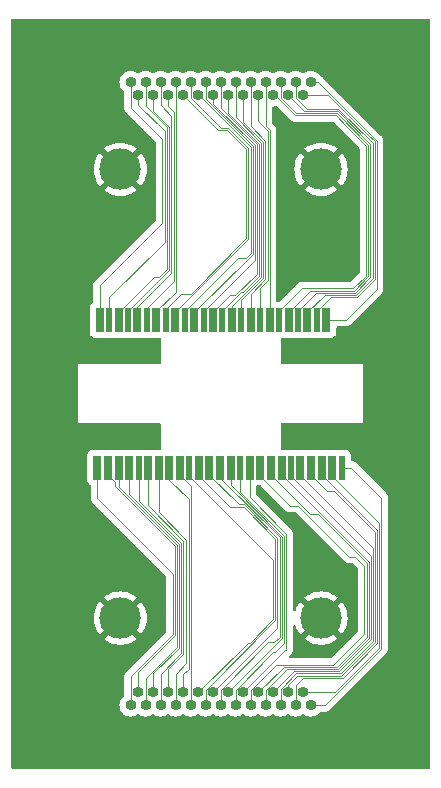
<source format=gbr>
%TF.GenerationSoftware,KiCad,Pcbnew,7.0.2*%
%TF.CreationDate,2023-10-04T18:59:29-06:00*%
%TF.ProjectId,micro-d-tes-aaray,6d696372-6f2d-4642-9d74-65732d616172,rev?*%
%TF.SameCoordinates,Original*%
%TF.FileFunction,Copper,L1,Top*%
%TF.FilePolarity,Positive*%
%FSLAX46Y46*%
G04 Gerber Fmt 4.6, Leading zero omitted, Abs format (unit mm)*
G04 Created by KiCad (PCBNEW 7.0.2) date 2023-10-04 18:59:29*
%MOMM*%
%LPD*%
G01*
G04 APERTURE LIST*
%TA.AperFunction,SMDPad,CuDef*%
%ADD10R,0.500000X2.000000*%
%TD*%
%TA.AperFunction,SMDPad,CuDef*%
%ADD11R,0.700000X2.000000*%
%TD*%
%TA.AperFunction,ComponentPad*%
%ADD12C,3.500000*%
%TD*%
%TA.AperFunction,ComponentPad*%
%ADD13O,0.920000X0.920000*%
%TD*%
%TA.AperFunction,Conductor*%
%ADD14C,0.090000*%
%TD*%
G04 APERTURE END LIST*
D10*
%TO.P,J17,1,Pin_1*%
%TO.N,Net-(J17-Pin_1)*%
X21100000Y-25500000D03*
%TD*%
D11*
%TO.P,J5,1,Pin_1*%
%TO.N,Net-(J5-Pin_1)*%
X20300000Y-25500000D03*
%TD*%
%TO.P,D11,1,Pin_1*%
%TO.N,Net-(D11-Pin_1)*%
X24500000Y-38000000D03*
%TD*%
D10*
%TO.P,D8,1,Pin_1*%
%TO.N,Net-(D8-Pin_1)*%
X19400000Y-38000000D03*
%TD*%
D11*
%TO.P,D22,1,Pin_1*%
%TO.N,Net-(D22-Pin_1)*%
X22000000Y-38000000D03*
%TD*%
%TO.P,D14,1,Pin_1*%
%TO.N,Net-(D14-Pin_1)*%
X8200000Y-38000000D03*
%TD*%
%TO.P,D6,1,Pin_1*%
%TO.N,Net-(D6-Pin_1)*%
X15900000Y-38000000D03*
%TD*%
%TO.P,J7,1,Pin_1*%
%TO.N,Net-(J7-Pin_1)*%
X17100000Y-25500000D03*
%TD*%
%TO.P,J11,1,Pin_1*%
%TO.N,Net-(J11-Pin_1)*%
X10700000Y-25500000D03*
%TD*%
D10*
%TO.P,J21,1,Pin_1*%
%TO.N,Net-(J21-Pin_1)*%
X14700000Y-25500000D03*
%TD*%
D12*
%TO.P,H1,1,1*%
%TO.N,GND*%
X9250000Y-50750000D03*
%TD*%
D11*
%TO.P,D16,1,Pin_1*%
%TO.N,Net-(D16-Pin_1)*%
X11600000Y-38000000D03*
%TD*%
D10*
%TO.P,J20,1,Pin_1*%
%TO.N,Net-(J20-Pin_1)*%
X16300000Y-25500000D03*
%TD*%
D11*
%TO.P,J3,1,Pin_1*%
%TO.N,Net-(J3-Pin_1)*%
X23500000Y-25500000D03*
%TD*%
D12*
%TO.P,H4,1,1*%
%TO.N,GND*%
X9250000Y-12750000D03*
%TD*%
D11*
%TO.P,J9,1,Pin_1*%
%TO.N,Net-(J9-Pin_1)*%
X13900000Y-25500000D03*
%TD*%
D10*
%TO.P,J15,1,Pin_1*%
%TO.N,Net-(J15-Pin_1)*%
X24300000Y-25500000D03*
%TD*%
D11*
%TO.P,J13,1,Pin_1*%
%TO.N,Net-(J13-Pin_1)*%
X7500000Y-25500000D03*
%TD*%
D10*
%TO.P,J25,1,Pin_1*%
%TO.N,Net-(J25-Pin_1)*%
X8300000Y-25500000D03*
%TD*%
D12*
%TO.P,H3,1,1*%
%TO.N,GND*%
X26250000Y-50750000D03*
%TD*%
D11*
%TO.P,D5,1,Pin_1*%
%TO.N,Net-(D5-Pin_1)*%
X14300000Y-38000000D03*
%TD*%
%TO.P,D9,1,Pin_1*%
%TO.N,Net-(D9-Pin_1)*%
X21100000Y-38000000D03*
%TD*%
%TO.P,D4,1,Pin_1*%
%TO.N,Net-(D4-Pin_1)*%
X12500000Y-38000000D03*
%TD*%
%TO.P,D17,1,Pin_1*%
%TO.N,Net-(D17-Pin_1)*%
X13400000Y-38000000D03*
%TD*%
%TO.P,D7,1,Pin_1*%
%TO.N,Net-(D7-Pin_1)*%
X17700000Y-38000000D03*
%TD*%
%TO.P,D19,1,Pin_1*%
%TO.N,Net-(D19-Pin_1)*%
X16800000Y-38000000D03*
%TD*%
D10*
%TO.P,D3,1,Pin_1*%
%TO.N,Net-(D3-Pin_1)*%
X10800000Y-38000000D03*
%TD*%
D11*
%TO.P,D20,1,Pin_1*%
%TO.N,Net-(D20-Pin_1)*%
X18600000Y-38000000D03*
%TD*%
%TO.P,D21,1,Pin_1*%
%TO.N,Net-(D21-Pin_1)*%
X20200000Y-38000000D03*
%TD*%
%TO.P,D12,1,Pin_1*%
%TO.N,Net-(D12-Pin_1)*%
X26300000Y-38000000D03*
%TD*%
%TO.P,J4,1,Pin_1*%
%TO.N,Net-(J4-Pin_1)*%
X21900000Y-25500000D03*
%TD*%
%TO.P,D2,1,Pin_1*%
%TO.N,Net-(D2-Pin_1)*%
X9100000Y-38000000D03*
%TD*%
%TO.P,J1,1,Pin_1*%
%TO.N,Net-(J1-Pin_1)*%
X26700000Y-25500000D03*
%TD*%
D10*
%TO.P,J16,1,Pin_1*%
%TO.N,Net-(J16-Pin_1)*%
X22700000Y-25500000D03*
%TD*%
%TO.P,J14,1,Pin_1*%
%TO.N,Net-(J14-Pin_1)*%
X25900000Y-25500000D03*
%TD*%
D11*
%TO.P,D10,1,Pin_1*%
%TO.N,Net-(D10-Pin_1)*%
X22900000Y-38000000D03*
%TD*%
D10*
%TO.P,J18,1,Pin_1*%
%TO.N,Net-(J18-Pin_1)*%
X19500000Y-25500000D03*
%TD*%
%TO.P,J23,1,Pin_1*%
%TO.N,Net-(J23-Pin_1)*%
X11500000Y-25500000D03*
%TD*%
%TO.P,J24,1,Pin_1*%
%TO.N,Net-(J24-Pin_1)*%
X9900000Y-25500000D03*
%TD*%
%TO.P,J19,1,Pin_1*%
%TO.N,Net-(J19-Pin_1)*%
X17900000Y-25500000D03*
%TD*%
D11*
%TO.P,D25,1,Pin_1*%
%TO.N,Net-(D25-Pin_1)*%
X27200000Y-38000000D03*
%TD*%
%TO.P,J12,1,Pin_1*%
%TO.N,Net-(J12-Pin_1)*%
X9100000Y-25500000D03*
%TD*%
D10*
%TO.P,D23,1,Pin_1*%
%TO.N,Net-(D23-Pin_1)*%
X23700000Y-38000000D03*
%TD*%
%TO.P,D13,1,Pin_1*%
%TO.N,Net-(D13-Pin_1)*%
X28000000Y-38000000D03*
%TD*%
%TO.P,J22,1,Pin_1*%
%TO.N,Net-(J22-Pin_1)*%
X13100000Y-25500000D03*
%TD*%
D11*
%TO.P,D1,1,Pin_1*%
%TO.N,Net-(D1-Pin_1)*%
X7300000Y-38000000D03*
%TD*%
%TO.P,J8,1,Pin_1*%
%TO.N,Net-(J8-Pin_1)*%
X15500000Y-25500000D03*
%TD*%
%TO.P,J10,1,Pin_1*%
%TO.N,Net-(J10-Pin_1)*%
X12300000Y-25500000D03*
%TD*%
%TO.P,J6,1,Pin_1*%
%TO.N,Net-(J6-Pin_1)*%
X18700000Y-25500000D03*
%TD*%
%TO.P,D24,1,Pin_1*%
%TO.N,Net-(D24-Pin_1)*%
X25400000Y-38000000D03*
%TD*%
D10*
%TO.P,D18,1,Pin_1*%
%TO.N,Net-(D18-Pin_1)*%
X15100000Y-38000000D03*
%TD*%
D11*
%TO.P,D15,1,Pin_1*%
%TO.N,Net-(D15-Pin_1)*%
X10000000Y-38000000D03*
%TD*%
D12*
%TO.P,H2,1,1*%
%TO.N,GND*%
X26250000Y-12750000D03*
%TD*%
D11*
%TO.P,J2,1,Pin_1*%
%TO.N,Net-(J2-Pin_1)*%
X25100000Y-25500000D03*
%TD*%
D13*
%TO.P,J99,1,1*%
%TO.N,Net-(J1-Pin_1)*%
X25370000Y-5374500D03*
%TO.P,J99,2,2*%
%TO.N,Net-(J2-Pin_1)*%
X24100000Y-5374500D03*
%TO.P,J99,3,3*%
%TO.N,Net-(J3-Pin_1)*%
X22830000Y-5374500D03*
%TO.P,J99,4,4*%
%TO.N,Net-(J4-Pin_1)*%
X21560000Y-5374500D03*
%TO.P,J99,5,5*%
%TO.N,Net-(J5-Pin_1)*%
X20290000Y-5374500D03*
%TO.P,J99,6,6*%
%TO.N,Net-(J6-Pin_1)*%
X19020000Y-5374500D03*
%TO.P,J99,7,7*%
%TO.N,Net-(J7-Pin_1)*%
X17750000Y-5374500D03*
%TO.P,J99,8,8*%
%TO.N,Net-(J8-Pin_1)*%
X16480000Y-5374500D03*
%TO.P,J99,9,9*%
%TO.N,Net-(J9-Pin_1)*%
X15210000Y-5374500D03*
%TO.P,J99,10,10*%
%TO.N,Net-(J10-Pin_1)*%
X13940000Y-5374500D03*
%TO.P,J99,11,11*%
%TO.N,Net-(J11-Pin_1)*%
X12670000Y-5374500D03*
%TO.P,J99,12,12*%
%TO.N,Net-(J12-Pin_1)*%
X11400000Y-5374500D03*
%TO.P,J99,13,13*%
%TO.N,Net-(J13-Pin_1)*%
X10130000Y-5374500D03*
%TO.P,J99,14,P14*%
%TO.N,Net-(J14-Pin_1)*%
X24735000Y-6474500D03*
%TO.P,J99,15,P15*%
%TO.N,Net-(J15-Pin_1)*%
X23465000Y-6474500D03*
%TO.P,J99,16,P16*%
%TO.N,Net-(J16-Pin_1)*%
X22195000Y-6474500D03*
%TO.P,J99,17,P17*%
%TO.N,Net-(J17-Pin_1)*%
X20925000Y-6474500D03*
%TO.P,J99,18,P18*%
%TO.N,Net-(J18-Pin_1)*%
X19655000Y-6474500D03*
%TO.P,J99,19,P19*%
%TO.N,Net-(J19-Pin_1)*%
X18385000Y-6474500D03*
%TO.P,J99,20,P20*%
%TO.N,Net-(J20-Pin_1)*%
X17115000Y-6474500D03*
%TO.P,J99,21,P21*%
%TO.N,Net-(J21-Pin_1)*%
X15845000Y-6474500D03*
%TO.P,J99,22,P22*%
%TO.N,Net-(J22-Pin_1)*%
X14575000Y-6474500D03*
%TO.P,J99,23,P23*%
%TO.N,Net-(J23-Pin_1)*%
X13305000Y-6474500D03*
%TO.P,J99,24,P24*%
%TO.N,Net-(J24-Pin_1)*%
X12035000Y-6474500D03*
%TO.P,J99,25,P25*%
%TO.N,Net-(J25-Pin_1)*%
X10765000Y-6474500D03*
%TD*%
%TO.P,J26,1,1*%
%TO.N,Net-(D1-Pin_1)*%
X10130000Y-58124500D03*
%TO.P,J26,2,2*%
%TO.N,Net-(D2-Pin_1)*%
X11400000Y-58124500D03*
%TO.P,J26,3,3*%
%TO.N,Net-(D3-Pin_1)*%
X12670000Y-58124500D03*
%TO.P,J26,4,4*%
%TO.N,Net-(D4-Pin_1)*%
X13940000Y-58124500D03*
%TO.P,J26,5,5*%
%TO.N,Net-(D5-Pin_1)*%
X15210000Y-58124500D03*
%TO.P,J26,6,6*%
%TO.N,Net-(D6-Pin_1)*%
X16480000Y-58124500D03*
%TO.P,J26,7,7*%
%TO.N,Net-(D7-Pin_1)*%
X17750000Y-58124500D03*
%TO.P,J26,8,8*%
%TO.N,Net-(D8-Pin_1)*%
X19020000Y-58124500D03*
%TO.P,J26,9,9*%
%TO.N,Net-(D9-Pin_1)*%
X20290000Y-58124500D03*
%TO.P,J26,10,10*%
%TO.N,Net-(D10-Pin_1)*%
X21560000Y-58124500D03*
%TO.P,J26,11,11*%
%TO.N,Net-(D11-Pin_1)*%
X22830000Y-58124500D03*
%TO.P,J26,12,12*%
%TO.N,Net-(D12-Pin_1)*%
X24100000Y-58124500D03*
%TO.P,J26,13,13*%
%TO.N,Net-(D13-Pin_1)*%
X25370000Y-58124500D03*
%TO.P,J26,14,P14*%
%TO.N,Net-(D14-Pin_1)*%
X10765000Y-57024500D03*
%TO.P,J26,15,P15*%
%TO.N,Net-(D15-Pin_1)*%
X12035000Y-57024500D03*
%TO.P,J26,16,P16*%
%TO.N,Net-(D16-Pin_1)*%
X13305000Y-57024500D03*
%TO.P,J26,17,P17*%
%TO.N,Net-(D17-Pin_1)*%
X14575000Y-57024500D03*
%TO.P,J26,18,P18*%
%TO.N,Net-(D18-Pin_1)*%
X15845000Y-57024500D03*
%TO.P,J26,19,P19*%
%TO.N,Net-(D19-Pin_1)*%
X17115000Y-57024500D03*
%TO.P,J26,20,P20*%
%TO.N,Net-(D20-Pin_1)*%
X18385000Y-57024500D03*
%TO.P,J26,21,P21*%
%TO.N,Net-(D21-Pin_1)*%
X19655000Y-57024500D03*
%TO.P,J26,22,P22*%
%TO.N,Net-(D22-Pin_1)*%
X20925000Y-57024500D03*
%TO.P,J26,23,P23*%
%TO.N,Net-(D23-Pin_1)*%
X22195000Y-57024500D03*
%TO.P,J26,24,P24*%
%TO.N,Net-(D24-Pin_1)*%
X23465000Y-57024500D03*
%TO.P,J26,25,P25*%
%TO.N,Net-(D25-Pin_1)*%
X24735000Y-57024500D03*
%TD*%
D14*
%TO.N,Net-(D1-Pin_1)*%
X13690000Y-47010000D02*
X7300000Y-40620000D01*
X7300000Y-40620000D02*
X7300000Y-38000000D01*
X10130000Y-55690000D02*
X13690000Y-52130000D01*
X13690000Y-52130000D02*
X13690000Y-47010000D01*
X10130000Y-58124500D02*
X10130000Y-55690000D01*
%TO.N,Net-(D14-Pin_1)*%
X13870000Y-52220000D02*
X10765000Y-55325000D01*
X10765000Y-55325000D02*
X10765000Y-57024500D01*
X13870000Y-44654558D02*
X13870000Y-52220000D01*
X8770000Y-39554558D02*
X13870000Y-44654558D01*
X8770000Y-39220000D02*
X8770000Y-39554558D01*
X8200000Y-38650000D02*
X8770000Y-39220000D01*
X8200000Y-38000000D02*
X8200000Y-38650000D01*
%TO.N,Net-(D2-Pin_1)*%
X9100000Y-39609116D02*
X9100000Y-38000000D01*
X13050000Y-43559116D02*
X9100000Y-39609116D01*
X13050000Y-43580000D02*
X13050000Y-43559116D01*
X14050000Y-44580000D02*
X13050000Y-43580000D01*
X14050000Y-53165442D02*
X14050000Y-44580000D01*
X11400000Y-55815442D02*
X14050000Y-53165442D01*
X11400000Y-58124500D02*
X11400000Y-55815442D01*
%TO.N,Net-(D15-Pin_1)*%
X12035000Y-55435000D02*
X12035000Y-57024500D01*
X14230000Y-44484558D02*
X14230000Y-53240000D01*
X14230000Y-53240000D02*
X12035000Y-55435000D01*
X10000000Y-38000000D02*
X10000000Y-40254558D01*
X10000000Y-40254558D02*
X14230000Y-44484558D01*
%TO.N,Net-(D3-Pin_1)*%
X10800000Y-40800000D02*
X10800000Y-38000000D01*
X14410000Y-53735442D02*
X14410000Y-46980000D01*
X14410000Y-44410000D02*
X14160000Y-44160000D01*
X14332721Y-53812721D02*
X14410000Y-53735442D01*
X14410000Y-46980000D02*
X14410000Y-44410000D01*
X14160000Y-44160000D02*
X10800000Y-40800000D01*
X12670000Y-55475442D02*
X14332721Y-53812721D01*
X12670000Y-58124500D02*
X12670000Y-55475442D01*
%TO.N,Net-(D16-Pin_1)*%
X14590000Y-44180000D02*
X14590000Y-53810000D01*
X11600000Y-41190000D02*
X14590000Y-44180000D01*
X14590000Y-53810000D02*
X13305000Y-55095000D01*
X13305000Y-55095000D02*
X13305000Y-57024500D01*
X11600000Y-38000000D02*
X11600000Y-41190000D01*
%TO.N,Net-(D4-Pin_1)*%
X12500000Y-41780000D02*
X12500000Y-38000000D01*
X14850000Y-44130000D02*
X12500000Y-41780000D01*
X14850000Y-54590000D02*
X14850000Y-44130000D01*
X13940000Y-58124500D02*
X13940000Y-55500000D01*
X13940000Y-55500000D02*
X14850000Y-54590000D01*
%TO.N,Net-(D17-Pin_1)*%
X14575000Y-55525000D02*
X14575000Y-57024500D01*
X15030000Y-55070000D02*
X14575000Y-55525000D01*
X15030000Y-40660000D02*
X15030000Y-55070000D01*
X13400000Y-39030000D02*
X15030000Y-40660000D01*
X13400000Y-38000000D02*
X13400000Y-39030000D01*
%TO.N,Net-(D5-Pin_1)*%
X14300000Y-38650000D02*
X14300000Y-38000000D01*
X15210000Y-39560000D02*
X14300000Y-38650000D01*
X15210000Y-58124500D02*
X15210000Y-39560000D01*
%TO.N,Net-(D18-Pin_1)*%
X20047758Y-52821742D02*
X15845000Y-57024500D01*
X20221742Y-52821742D02*
X20047758Y-52821742D01*
X15100000Y-38750000D02*
X22190000Y-45840000D01*
X22190000Y-45840000D02*
X22190000Y-50853484D01*
X22190000Y-50853484D02*
X20221742Y-52821742D01*
X15100000Y-38000000D02*
X15100000Y-38750000D01*
%TO.N,Net-(D6-Pin_1)*%
X15900000Y-38720000D02*
X15900000Y-38000000D01*
X18550000Y-41370000D02*
X15900000Y-38720000D01*
X19711768Y-41370000D02*
X18550000Y-41370000D01*
X22370000Y-44028232D02*
X19711768Y-41370000D01*
X22370000Y-50928042D02*
X22370000Y-44028232D01*
X16480000Y-56818042D02*
X22370000Y-50928042D01*
X16480000Y-58124500D02*
X16480000Y-56818042D01*
%TO.N,Net-(D19-Pin_1)*%
X19708163Y-41111837D02*
X19261837Y-41111837D01*
X16800000Y-38650000D02*
X16800000Y-38000000D01*
X22550000Y-51589500D02*
X22550000Y-43953674D01*
X19261837Y-41111837D02*
X16800000Y-38650000D01*
X17115000Y-57024500D02*
X22550000Y-51589500D01*
X22550000Y-43953674D02*
X19708163Y-41111837D01*
%TO.N,Net-(D7-Pin_1)*%
X17750000Y-56818042D02*
X17750000Y-58124500D01*
X21768042Y-52800000D02*
X17750000Y-56818042D01*
X22290000Y-52800000D02*
X21768042Y-52800000D01*
X22730000Y-43879116D02*
X22730000Y-52360000D01*
X17700000Y-38849116D02*
X22730000Y-43879116D01*
X22730000Y-52360000D02*
X22290000Y-52800000D01*
X17700000Y-38000000D02*
X17700000Y-38849116D01*
%TO.N,Net-(D20-Pin_1)*%
X22960000Y-43854558D02*
X18600000Y-39494558D01*
X18385000Y-57024500D02*
X22960000Y-52449500D01*
X22960000Y-52449500D02*
X22960000Y-43854558D01*
X18600000Y-39494558D02*
X18600000Y-38000000D01*
%TO.N,Net-(D8-Pin_1)*%
X19020000Y-56818042D02*
X19020000Y-58124500D01*
X22188042Y-53650000D02*
X19020000Y-56818042D01*
X22340000Y-53650000D02*
X22188042Y-53650000D01*
X23140000Y-52850000D02*
X22340000Y-53650000D01*
X23140000Y-43780000D02*
X23140000Y-52850000D01*
X19400000Y-40040000D02*
X23140000Y-43780000D01*
X19400000Y-38000000D02*
X19400000Y-40040000D01*
%TO.N,Net-(D21-Pin_1)*%
X23209500Y-53470000D02*
X19655000Y-57024500D01*
X23260000Y-53470000D02*
X23209500Y-53470000D01*
X23320000Y-43640000D02*
X23320000Y-53410000D01*
X23320000Y-53410000D02*
X23260000Y-53470000D01*
X20200000Y-40520000D02*
X23320000Y-43640000D01*
X20200000Y-38000000D02*
X20200000Y-40520000D01*
%TO.N,Net-(D9-Pin_1)*%
X21100000Y-38720000D02*
X21100000Y-38000000D01*
X23597279Y-41217279D02*
X21100000Y-38720000D01*
X24312721Y-41217279D02*
X23597279Y-41217279D01*
X28635442Y-45540000D02*
X24312721Y-41217279D01*
X29130000Y-45540000D02*
X28635442Y-45540000D01*
X29920000Y-46330000D02*
X29130000Y-45540000D01*
X29920000Y-52070000D02*
X29920000Y-46330000D01*
X27299998Y-54690002D02*
X29920000Y-52070000D01*
X22418041Y-54690001D02*
X27299998Y-54690002D01*
X20290000Y-56818042D02*
X22418041Y-54690001D01*
X20290000Y-58124500D02*
X20290000Y-56818042D01*
%TO.N,Net-(D22-Pin_1)*%
X22000000Y-38650000D02*
X22000000Y-38000000D01*
X25327279Y-41977279D02*
X22000000Y-38650000D01*
X30100000Y-46104558D02*
X25972721Y-41977279D01*
X30100000Y-52380884D02*
X30100000Y-46104558D01*
X27610883Y-54870001D02*
X30100000Y-52380884D01*
X23079499Y-54870001D02*
X27610883Y-54870001D01*
X20925000Y-57024500D02*
X23079499Y-54870001D01*
X25972721Y-41977279D02*
X25327279Y-41977279D01*
%TO.N,Net-(D10-Pin_1)*%
X21560000Y-56818042D02*
X21560000Y-58124500D01*
X23328041Y-55050001D02*
X21560000Y-56818042D01*
X27685441Y-55050001D02*
X23328041Y-55050001D01*
X30280000Y-52455442D02*
X27685441Y-55050001D01*
X30280000Y-46030000D02*
X30280000Y-52455442D01*
X22900000Y-38650000D02*
X30280000Y-46030000D01*
X22900000Y-38000000D02*
X22900000Y-38650000D01*
%TO.N,Net-(D23-Pin_1)*%
X27759999Y-55230001D02*
X23989500Y-55230000D01*
X30460000Y-52530000D02*
X27759999Y-55230001D01*
X30460000Y-45510000D02*
X30460000Y-52530000D01*
X23700000Y-38750000D02*
X30460000Y-45510000D01*
X23989500Y-55230000D02*
X22195000Y-57024500D01*
X23700000Y-38000000D02*
X23700000Y-38750000D01*
%TO.N,Net-(D11-Pin_1)*%
X22830000Y-56738042D02*
X22830000Y-58124500D01*
X24158042Y-55410000D02*
X22830000Y-56738042D01*
X27935442Y-55410000D02*
X24158042Y-55410000D01*
X30640000Y-52705442D02*
X27935442Y-55410000D01*
X30640000Y-44790000D02*
X30640000Y-52705442D01*
X24500000Y-38650000D02*
X30640000Y-44790000D01*
X24500000Y-38000000D02*
X24500000Y-38650000D01*
%TO.N,Net-(D24-Pin_1)*%
X25400000Y-38650000D02*
X25400000Y-38000000D01*
X26720000Y-39970000D02*
X25400000Y-38650000D01*
X27365442Y-39970000D02*
X26720000Y-39970000D01*
X30820000Y-43424558D02*
X27365442Y-39970000D01*
X30820000Y-52780000D02*
X30820000Y-43424558D01*
X27960000Y-55640000D02*
X30820000Y-52780000D01*
X24198962Y-55640000D02*
X27960000Y-55640000D01*
X23465000Y-56373962D02*
X24198962Y-55640000D01*
X23465000Y-57024500D02*
X23465000Y-56373962D01*
%TO.N,Net-(D12-Pin_1)*%
X24100000Y-56430000D02*
X24100000Y-58124500D01*
X24710000Y-55820000D02*
X24100000Y-56430000D01*
X28070000Y-55820000D02*
X24710000Y-55820000D01*
X31000000Y-52890000D02*
X28070000Y-55820000D01*
X31000000Y-43340000D02*
X31000000Y-52890000D01*
X30990000Y-43330000D02*
X31000000Y-43340000D01*
X30980000Y-43330000D02*
X30990000Y-43330000D01*
X26300000Y-38650000D02*
X30980000Y-43330000D01*
X26300000Y-38000000D02*
X26300000Y-38650000D01*
%TO.N,Net-(D25-Pin_1)*%
X27430942Y-57024500D02*
X24735000Y-57024500D01*
X31180000Y-53275442D02*
X27430942Y-57024500D01*
X31170000Y-42690000D02*
X31180000Y-42690000D01*
X27200000Y-38720000D02*
X31170000Y-42690000D01*
X31180000Y-42690000D02*
X31180000Y-53275442D01*
X27200000Y-38000000D02*
X27200000Y-38720000D01*
%TO.N,Net-(D13-Pin_1)*%
X31360000Y-40540000D02*
X31360000Y-53350000D01*
X31360000Y-53350000D02*
X26585500Y-58124500D01*
X26585500Y-58124500D02*
X25370000Y-58124500D01*
X28820000Y-38000000D02*
X31360000Y-40540000D01*
X28000000Y-38000000D02*
X28820000Y-38000000D01*
%TO.N,Net-(J13-Pin_1)*%
X12820000Y-17260000D02*
X7500000Y-22580000D01*
X12820000Y-10220000D02*
X12820000Y-17260000D01*
X7500000Y-22580000D02*
X7500000Y-25500000D01*
X10130000Y-7530000D02*
X12820000Y-10220000D01*
X10130000Y-5374500D02*
X10130000Y-7530000D01*
%TO.N,Net-(J25-Pin_1)*%
X10765000Y-7295000D02*
X10765000Y-6474500D01*
X13000000Y-18890000D02*
X13000000Y-9530000D01*
X8300000Y-23590000D02*
X13000000Y-18890000D01*
X13000000Y-9530000D02*
X10765000Y-7295000D01*
X8300000Y-25500000D02*
X8300000Y-23590000D01*
%TO.N,Net-(J12-Pin_1)*%
X9100000Y-24850000D02*
X9100000Y-25500000D01*
X12112279Y-21837721D02*
X9100000Y-24850000D01*
X12557721Y-21837721D02*
X12112279Y-21837721D01*
X13180000Y-21215442D02*
X12557721Y-21837721D01*
X13180000Y-9174558D02*
X13180000Y-21215442D01*
X11400000Y-7394558D02*
X13180000Y-9174558D01*
X11400000Y-5374500D02*
X11400000Y-7394558D01*
%TO.N,Net-(J24-Pin_1)*%
X13400000Y-21250000D02*
X13400000Y-9140000D01*
X13400000Y-9140000D02*
X12035000Y-7775000D01*
X9900000Y-24750000D02*
X13400000Y-21250000D01*
X12035000Y-7775000D02*
X12035000Y-6474500D01*
X9900000Y-25500000D02*
X9900000Y-24750000D01*
%TO.N,Net-(J11-Pin_1)*%
X12670000Y-7290000D02*
X12670000Y-5374500D01*
X13580000Y-8200000D02*
X12670000Y-7290000D01*
X13580000Y-21550000D02*
X13580000Y-8200000D01*
X10700000Y-24430000D02*
X13580000Y-21550000D01*
X10700000Y-25500000D02*
X10700000Y-24430000D01*
%TO.N,Net-(J23-Pin_1)*%
X13305000Y-7405000D02*
X13305000Y-6474500D01*
X13760000Y-7860000D02*
X13305000Y-7405000D01*
X13760000Y-22220000D02*
X13760000Y-7860000D01*
X11500000Y-24480000D02*
X13760000Y-22220000D01*
X11500000Y-25500000D02*
X11500000Y-24480000D01*
%TO.N,Net-(J10-Pin_1)*%
X12300000Y-24780000D02*
X12300000Y-25500000D01*
X13940000Y-23140000D02*
X12300000Y-24780000D01*
X13940000Y-5374500D02*
X13940000Y-23140000D01*
%TO.N,Net-(J22-Pin_1)*%
X13100000Y-24620000D02*
X13100000Y-25500000D01*
X14430000Y-23290000D02*
X13100000Y-24620000D01*
X15205442Y-23290000D02*
X14430000Y-23290000D01*
X19920000Y-18575442D02*
X15205442Y-23290000D01*
X19920000Y-11016464D02*
X19920000Y-18575442D01*
X18314488Y-9410952D02*
X19920000Y-11016464D01*
X17511453Y-9410953D02*
X18314488Y-9410952D01*
X17200250Y-9099750D02*
X17511453Y-9410953D01*
X14575000Y-6474500D02*
X17200250Y-9099750D01*
%TO.N,Net-(J9-Pin_1)*%
X15210000Y-6680958D02*
X15210000Y-5374500D01*
X17759995Y-9230953D02*
X15210000Y-6680958D01*
X18389047Y-9230953D02*
X17759995Y-9230953D01*
X20100000Y-10941906D02*
X18389047Y-9230953D01*
X20100000Y-18650000D02*
X20100000Y-10941906D01*
X13900000Y-24850000D02*
X20100000Y-18650000D01*
X13900000Y-25500000D02*
X13900000Y-24850000D01*
%TO.N,Net-(J21-Pin_1)*%
X14700000Y-24750000D02*
X14700000Y-25500000D01*
X19212279Y-20237721D02*
X14700000Y-24750000D01*
X19857721Y-20237721D02*
X19212279Y-20237721D01*
X20280000Y-19815442D02*
X19857721Y-20237721D01*
X20280000Y-10867348D02*
X20280000Y-19815442D01*
X15887152Y-6474500D02*
X20280000Y-10867348D01*
X15845000Y-6474500D02*
X15887152Y-6474500D01*
%TO.N,Net-(J8-Pin_1)*%
X16480000Y-6812790D02*
X16480000Y-5374500D01*
X20460000Y-19890000D02*
X20460000Y-10792790D01*
X20460000Y-10792790D02*
X16480000Y-6812790D01*
X15500000Y-24850000D02*
X20460000Y-19890000D01*
X15500000Y-25500000D02*
X15500000Y-24850000D01*
%TO.N,Net-(J20-Pin_1)*%
X20630000Y-20420000D02*
X16300000Y-24750000D01*
X20640000Y-20420000D02*
X20630000Y-20420000D01*
X20640000Y-10718232D02*
X20640000Y-20420000D01*
X17115000Y-7193232D02*
X20640000Y-10718232D01*
X17115000Y-6474500D02*
X17115000Y-7193232D01*
X16300000Y-24750000D02*
X16300000Y-25500000D01*
%TO.N,Net-(J7-Pin_1)*%
X17750000Y-7573674D02*
X17750000Y-5374500D01*
X20820000Y-10643674D02*
X17750000Y-7573674D01*
X20820000Y-21575442D02*
X20820000Y-10643674D01*
X18995442Y-23400000D02*
X20820000Y-21575442D01*
X18550000Y-23400000D02*
X18995442Y-23400000D01*
X17100000Y-24850000D02*
X18550000Y-23400000D01*
X17100000Y-25500000D02*
X17100000Y-24850000D01*
%TO.N,Net-(J19-Pin_1)*%
X17900000Y-24750000D02*
X17900000Y-25500000D01*
X19504558Y-23145442D02*
X17900000Y-24750000D01*
X19665442Y-23145442D02*
X19504558Y-23145442D01*
X21000000Y-21810884D02*
X19665442Y-23145442D01*
X21000000Y-10569116D02*
X21000000Y-21810884D01*
X18385000Y-7954116D02*
X21000000Y-10569116D01*
X18385000Y-6474500D02*
X18385000Y-7954116D01*
%TO.N,Net-(J6-Pin_1)*%
X21180000Y-21885442D02*
X21180000Y-10494558D01*
X21180000Y-10494558D02*
X19020000Y-8334558D01*
X18700000Y-24365442D02*
X21180000Y-21885442D01*
X18700000Y-25500000D02*
X18700000Y-24365442D01*
X19020000Y-8334558D02*
X19020000Y-5374500D01*
%TO.N,Net-(J18-Pin_1)*%
X19655000Y-8715000D02*
X19655000Y-6474500D01*
X21360000Y-10420000D02*
X19655000Y-8715000D01*
X19500000Y-23820000D02*
X21360000Y-21960000D01*
X21360000Y-21960000D02*
X21360000Y-10420000D01*
X19500000Y-25500000D02*
X19500000Y-23820000D01*
%TO.N,Net-(J5-Pin_1)*%
X21540000Y-10340000D02*
X20290000Y-9090000D01*
X21540000Y-22065442D02*
X21540000Y-10340000D01*
X20290000Y-9090000D02*
X20290000Y-5374500D01*
X20300000Y-23305442D02*
X21540000Y-22065442D01*
X20300000Y-25500000D02*
X20300000Y-23305442D01*
%TO.N,Net-(J17-Pin_1)*%
X21720000Y-22140000D02*
X21100000Y-22760000D01*
X21720000Y-9494558D02*
X21720000Y-22140000D01*
X21100000Y-22760000D02*
X21100000Y-25500000D01*
X20925000Y-8699558D02*
X21720000Y-9494558D01*
X20925000Y-6474500D02*
X20925000Y-8699558D01*
%TO.N,Net-(J4-Pin_1)*%
X21900000Y-9420000D02*
X21900000Y-25500000D01*
X21560000Y-5374500D02*
X21560000Y-9080000D01*
X21560000Y-9080000D02*
X21900000Y-9420000D01*
%TO.N,Net-(J16-Pin_1)*%
X30050000Y-21761768D02*
X30050000Y-20110000D01*
X24630000Y-22820000D02*
X28991768Y-22820000D01*
X22700000Y-24750000D02*
X24630000Y-22820000D01*
X22700000Y-25500000D02*
X22700000Y-24750000D01*
X30050000Y-15320000D02*
X30050000Y-20110000D01*
X30050000Y-20110000D02*
X30050000Y-20230000D01*
X28991768Y-22820000D02*
X30050000Y-21761768D01*
X30070000Y-15300000D02*
X30050000Y-15320000D01*
X30070000Y-11310000D02*
X30070000Y-15300000D01*
X28363163Y-9046837D02*
X30070000Y-10753674D01*
X24223601Y-8179999D02*
X27496325Y-8179999D01*
X30070000Y-10753674D02*
X30070000Y-11310000D01*
X24074484Y-8180000D02*
X24223601Y-8179999D01*
X22368984Y-6474500D02*
X24074484Y-8180000D01*
X27496325Y-8179999D02*
X28363163Y-9046837D01*
X22195000Y-6474500D02*
X22368984Y-6474500D01*
%TO.N,Net-(J3-Pin_1)*%
X23500000Y-24850000D02*
X23500000Y-25500000D01*
X29046326Y-23020000D02*
X25330000Y-23020000D01*
X27570884Y-8000000D02*
X30250000Y-10679116D01*
X25330000Y-23020000D02*
X23500000Y-24850000D01*
X24149042Y-8000000D02*
X27570884Y-8000000D01*
X30250000Y-10679116D02*
X30250000Y-21816326D01*
X30250000Y-21816326D02*
X29046326Y-23020000D01*
X22830000Y-6680958D02*
X24149042Y-8000000D01*
X22830000Y-5374500D02*
X22830000Y-6680958D01*
%TO.N,Net-(J15-Pin_1)*%
X24300000Y-24750000D02*
X24300000Y-25500000D01*
X25850000Y-23200000D02*
X24300000Y-24750000D01*
X29120884Y-23200000D02*
X25850000Y-23200000D01*
X30430000Y-21890884D02*
X29120884Y-23200000D01*
X30430000Y-10604558D02*
X30430000Y-21890884D01*
X27645442Y-7820000D02*
X30430000Y-10604558D01*
X24810500Y-7820000D02*
X27645442Y-7820000D01*
X23465000Y-6474500D02*
X24810500Y-7820000D01*
%TO.N,Net-(J2-Pin_1)*%
X24100000Y-6680958D02*
X24100000Y-5374500D01*
X25059042Y-7640000D02*
X24100000Y-6680958D01*
X27720000Y-7640000D02*
X25059042Y-7640000D01*
X30610000Y-10530000D02*
X27720000Y-7640000D01*
X30610000Y-21965442D02*
X30610000Y-10530000D01*
X29195442Y-23380000D02*
X30610000Y-21965442D01*
X26570000Y-23380000D02*
X29195442Y-23380000D01*
X25100000Y-24850000D02*
X26570000Y-23380000D01*
X25100000Y-25500000D02*
X25100000Y-24850000D01*
%TO.N,Net-(J14-Pin_1)*%
X27090000Y-23560000D02*
X29270000Y-23560000D01*
X25900000Y-24750000D02*
X27090000Y-23560000D01*
X25900000Y-25500000D02*
X25900000Y-24750000D01*
X29270000Y-23560000D02*
X30790000Y-22040000D01*
X30790000Y-22040000D02*
X30790000Y-21620000D01*
X30790000Y-11500000D02*
X30790000Y-21620000D01*
X30790000Y-10394558D02*
X30790000Y-11500000D01*
X30202721Y-9807279D02*
X30790000Y-10394558D01*
X26869942Y-6474500D02*
X30202721Y-9807279D01*
X24735000Y-6474500D02*
X26869942Y-6474500D01*
%TO.N,Net-(J1-Pin_1)*%
X28370000Y-25500000D02*
X26700000Y-25500000D01*
X30970000Y-22900000D02*
X28370000Y-25500000D01*
X30970000Y-10320000D02*
X30970000Y-22900000D01*
X26024500Y-5374500D02*
X30970000Y-10320000D01*
X25370000Y-5374500D02*
X26024500Y-5374500D01*
%TD*%
%TA.AperFunction,Conductor*%
%TO.N,GND*%
G36*
X21124723Y-39520184D02*
G01*
X21145365Y-39536818D01*
X23203440Y-41594893D01*
X23206382Y-41597937D01*
X23249783Y-41644407D01*
X23249784Y-41644408D01*
X23284521Y-41665532D01*
X23295008Y-41672669D01*
X23327410Y-41697241D01*
X23343863Y-41703729D01*
X23362799Y-41713134D01*
X23377908Y-41722322D01*
X23417062Y-41733292D01*
X23429083Y-41737335D01*
X23466910Y-41752252D01*
X23484508Y-41754060D01*
X23505274Y-41758007D01*
X23522302Y-41762779D01*
X23562951Y-41762779D01*
X23575631Y-41763428D01*
X23616078Y-41767587D01*
X23633507Y-41764582D01*
X23654576Y-41762779D01*
X24035406Y-41762779D01*
X24102445Y-41782464D01*
X24123087Y-41799098D01*
X28241603Y-45917614D01*
X28244545Y-45920658D01*
X28287944Y-45967126D01*
X28287947Y-45967129D01*
X28322691Y-45988257D01*
X28333173Y-45995392D01*
X28365574Y-46019962D01*
X28382028Y-46026451D01*
X28400965Y-46035857D01*
X28416071Y-46045043D01*
X28455223Y-46056012D01*
X28467246Y-46060055D01*
X28505073Y-46074973D01*
X28522664Y-46076780D01*
X28543442Y-46080730D01*
X28560464Y-46085500D01*
X28560465Y-46085500D01*
X28601114Y-46085500D01*
X28613794Y-46086149D01*
X28654241Y-46090308D01*
X28671670Y-46087303D01*
X28692739Y-46085500D01*
X28852685Y-46085500D01*
X28919724Y-46105185D01*
X28940366Y-46121819D01*
X29338182Y-46519635D01*
X29371666Y-46580956D01*
X29374500Y-46607314D01*
X29374500Y-51792684D01*
X29354815Y-51859723D01*
X29338181Y-51880365D01*
X27110364Y-54108182D01*
X27049041Y-54141667D01*
X27022683Y-54144501D01*
X23646952Y-54144501D01*
X23579913Y-54124816D01*
X23534158Y-54072012D01*
X23524214Y-54002854D01*
X23553239Y-53939298D01*
X23586180Y-53912414D01*
X23592710Y-53908743D01*
X23621456Y-53879995D01*
X23630861Y-53871506D01*
X23662419Y-53845834D01*
X23672621Y-53831380D01*
X23686237Y-53815214D01*
X23697656Y-53803795D01*
X23700641Y-53800910D01*
X23747129Y-53757495D01*
X23768256Y-53722750D01*
X23775396Y-53712262D01*
X23786595Y-53697495D01*
X23799962Y-53679869D01*
X23806453Y-53663407D01*
X23815858Y-53644474D01*
X23825042Y-53629372D01*
X23825043Y-53629371D01*
X23836013Y-53590214D01*
X23840058Y-53578189D01*
X23854972Y-53540372D01*
X23854972Y-53540371D01*
X23854973Y-53540369D01*
X23856781Y-53522771D01*
X23860730Y-53501998D01*
X23865500Y-53484976D01*
X23865500Y-53444327D01*
X23866150Y-53431646D01*
X23870308Y-53391201D01*
X23867303Y-53373772D01*
X23865500Y-53352703D01*
X23865500Y-51476309D01*
X23885185Y-51409270D01*
X23937989Y-51363515D01*
X24007147Y-51353571D01*
X24070703Y-51382596D01*
X24106919Y-51436450D01*
X24165505Y-51609038D01*
X24168607Y-51616528D01*
X24295466Y-51873774D01*
X24299516Y-51880788D01*
X24458866Y-52119271D01*
X24463805Y-52125708D01*
X24490405Y-52156039D01*
X24490406Y-52156039D01*
X25279438Y-51367007D01*
X25328348Y-51445999D01*
X25471931Y-51603501D01*
X25630388Y-51723163D01*
X24843959Y-52509592D01*
X24843959Y-52509593D01*
X24874291Y-52536194D01*
X24880728Y-52541133D01*
X25119211Y-52700483D01*
X25126225Y-52704533D01*
X25383471Y-52831392D01*
X25390961Y-52834494D01*
X25662563Y-52926692D01*
X25670391Y-52928789D01*
X25951706Y-52984746D01*
X25959728Y-52985802D01*
X26245957Y-53004563D01*
X26254043Y-53004563D01*
X26540271Y-52985802D01*
X26548293Y-52984746D01*
X26829608Y-52928789D01*
X26837436Y-52926692D01*
X27109038Y-52834494D01*
X27116528Y-52831392D01*
X27373774Y-52704533D01*
X27380788Y-52700483D01*
X27619273Y-52541132D01*
X27625698Y-52536201D01*
X27656040Y-52509592D01*
X26869611Y-51723163D01*
X27028069Y-51603501D01*
X27171652Y-51445999D01*
X27220560Y-51367008D01*
X28009592Y-52156040D01*
X28036201Y-52125698D01*
X28041132Y-52119273D01*
X28200483Y-51880788D01*
X28204533Y-51873774D01*
X28331392Y-51616528D01*
X28334494Y-51609038D01*
X28426692Y-51337436D01*
X28428789Y-51329608D01*
X28484746Y-51048293D01*
X28485802Y-51040271D01*
X28504563Y-50754043D01*
X28504563Y-50745956D01*
X28485802Y-50459728D01*
X28484746Y-50451706D01*
X28428789Y-50170391D01*
X28426692Y-50162563D01*
X28334494Y-49890961D01*
X28331392Y-49883471D01*
X28204533Y-49626225D01*
X28200483Y-49619211D01*
X28041133Y-49380728D01*
X28036194Y-49374291D01*
X28009592Y-49343959D01*
X27220560Y-50132991D01*
X27171652Y-50054001D01*
X27028069Y-49896499D01*
X26869610Y-49776835D01*
X27656039Y-48990406D01*
X27656039Y-48990405D01*
X27625708Y-48963805D01*
X27619271Y-48958866D01*
X27380788Y-48799516D01*
X27373774Y-48795466D01*
X27116528Y-48668607D01*
X27109038Y-48665505D01*
X26837436Y-48573307D01*
X26829608Y-48571210D01*
X26548293Y-48515253D01*
X26540271Y-48514197D01*
X26254043Y-48495437D01*
X26245957Y-48495437D01*
X25959728Y-48514197D01*
X25951706Y-48515253D01*
X25670391Y-48571210D01*
X25662563Y-48573307D01*
X25390961Y-48665505D01*
X25383471Y-48668607D01*
X25126225Y-48795466D01*
X25119211Y-48799516D01*
X24880723Y-48958869D01*
X24874295Y-48963801D01*
X24843958Y-48990405D01*
X24843958Y-48990406D01*
X25630388Y-49776836D01*
X25471931Y-49896499D01*
X25328348Y-50054001D01*
X25279439Y-50132991D01*
X24490406Y-49343958D01*
X24490405Y-49343958D01*
X24463801Y-49374295D01*
X24458869Y-49380723D01*
X24299516Y-49619211D01*
X24295466Y-49626225D01*
X24168607Y-49883471D01*
X24165505Y-49890961D01*
X24106919Y-50063549D01*
X24066730Y-50120703D01*
X24002021Y-50147056D01*
X23933336Y-50134242D01*
X23882483Y-50086327D01*
X23865500Y-50023690D01*
X23865500Y-43651441D01*
X23865572Y-43647207D01*
X23867742Y-43583689D01*
X23858116Y-43544190D01*
X23855745Y-43531715D01*
X23850210Y-43491442D01*
X23843164Y-43475220D01*
X23836425Y-43455181D01*
X23832238Y-43437999D01*
X23812312Y-43402561D01*
X23806667Y-43391196D01*
X23790468Y-43353902D01*
X23790466Y-43353899D01*
X23779305Y-43340180D01*
X23767406Y-43322697D01*
X23758742Y-43307289D01*
X23730003Y-43278550D01*
X23721494Y-43269122D01*
X23695833Y-43237580D01*
X23681379Y-43227377D01*
X23665208Y-43213755D01*
X20781819Y-40330366D01*
X20748334Y-40269043D01*
X20745500Y-40242685D01*
X20745500Y-39624499D01*
X20765185Y-39557460D01*
X20817989Y-39511705D01*
X20869500Y-39500499D01*
X21057684Y-39500499D01*
X21124723Y-39520184D01*
G37*
%TD.AperFunction*%
%TA.AperFunction,Conductor*%
G36*
X22559251Y-7436221D02*
G01*
X23680664Y-8557634D01*
X23683605Y-8560677D01*
X23726990Y-8607130D01*
X23726992Y-8607131D01*
X23761724Y-8628251D01*
X23772220Y-8635395D01*
X23804613Y-8659960D01*
X23804614Y-8659960D01*
X23804615Y-8659961D01*
X23821065Y-8666448D01*
X23840005Y-8675855D01*
X23855116Y-8685044D01*
X23894256Y-8696010D01*
X23906290Y-8700056D01*
X23944115Y-8714973D01*
X23961708Y-8716781D01*
X23982473Y-8720726D01*
X23999511Y-8725501D01*
X24040160Y-8725500D01*
X24052839Y-8726149D01*
X24093282Y-8730308D01*
X24110714Y-8727302D01*
X24131768Y-8725499D01*
X24260921Y-8725499D01*
X27219010Y-8725499D01*
X27286049Y-8745184D01*
X27306691Y-8761818D01*
X29488180Y-10943307D01*
X29521665Y-11004630D01*
X29524499Y-11030988D01*
X29524499Y-11259684D01*
X29524500Y-11259689D01*
X29524500Y-15142041D01*
X29515856Y-15187528D01*
X29515025Y-15189633D01*
X29513216Y-15207230D01*
X29509270Y-15227994D01*
X29504500Y-15245020D01*
X29504500Y-15285670D01*
X29503850Y-15298351D01*
X29499692Y-15338797D01*
X29502697Y-15356225D01*
X29504500Y-15377295D01*
X29504500Y-21484452D01*
X29484815Y-21551491D01*
X29468181Y-21572133D01*
X28802134Y-22238181D01*
X28740811Y-22271666D01*
X28714453Y-22274500D01*
X24641442Y-22274500D01*
X24637208Y-22274428D01*
X24573686Y-22272257D01*
X24534185Y-22281883D01*
X24521719Y-22284252D01*
X24481441Y-22289789D01*
X24465211Y-22296838D01*
X24445181Y-22303574D01*
X24428000Y-22307761D01*
X24392559Y-22327688D01*
X24381192Y-22333333D01*
X24343902Y-22349530D01*
X24330180Y-22360695D01*
X24312700Y-22372592D01*
X24297288Y-22381257D01*
X24268541Y-22410003D01*
X24259120Y-22418506D01*
X24227579Y-22444167D01*
X24217375Y-22458622D01*
X24203755Y-22474790D01*
X22715365Y-23963181D01*
X22654042Y-23996666D01*
X22627684Y-23999500D01*
X22569500Y-23999500D01*
X22502461Y-23979815D01*
X22456706Y-23927011D01*
X22445500Y-23875500D01*
X22445500Y-12754043D01*
X23995437Y-12754043D01*
X24014197Y-13040271D01*
X24015253Y-13048293D01*
X24071210Y-13329608D01*
X24073307Y-13337436D01*
X24165505Y-13609038D01*
X24168607Y-13616528D01*
X24295466Y-13873774D01*
X24299516Y-13880788D01*
X24458866Y-14119271D01*
X24463805Y-14125708D01*
X24490405Y-14156039D01*
X24490406Y-14156039D01*
X25279438Y-13367007D01*
X25328348Y-13445999D01*
X25471931Y-13603501D01*
X25630388Y-13723163D01*
X24843959Y-14509592D01*
X24843959Y-14509593D01*
X24874291Y-14536194D01*
X24880728Y-14541133D01*
X25119211Y-14700483D01*
X25126225Y-14704533D01*
X25383471Y-14831392D01*
X25390961Y-14834494D01*
X25662563Y-14926692D01*
X25670391Y-14928789D01*
X25951706Y-14984746D01*
X25959728Y-14985802D01*
X26245957Y-15004563D01*
X26254043Y-15004563D01*
X26540271Y-14985802D01*
X26548293Y-14984746D01*
X26829608Y-14928789D01*
X26837436Y-14926692D01*
X27109038Y-14834494D01*
X27116528Y-14831392D01*
X27373774Y-14704533D01*
X27380788Y-14700483D01*
X27619273Y-14541132D01*
X27625698Y-14536201D01*
X27656040Y-14509592D01*
X26869611Y-13723163D01*
X27028069Y-13603501D01*
X27171652Y-13445999D01*
X27220560Y-13367008D01*
X28009592Y-14156040D01*
X28036201Y-14125698D01*
X28041132Y-14119273D01*
X28200483Y-13880788D01*
X28204533Y-13873774D01*
X28331392Y-13616528D01*
X28334494Y-13609038D01*
X28426692Y-13337436D01*
X28428789Y-13329608D01*
X28484746Y-13048293D01*
X28485802Y-13040271D01*
X28504563Y-12754043D01*
X28504563Y-12745956D01*
X28485802Y-12459728D01*
X28484746Y-12451706D01*
X28428789Y-12170391D01*
X28426692Y-12162563D01*
X28334494Y-11890961D01*
X28331392Y-11883471D01*
X28204533Y-11626225D01*
X28200483Y-11619211D01*
X28041133Y-11380728D01*
X28036194Y-11374291D01*
X28009592Y-11343959D01*
X27220560Y-12132991D01*
X27171652Y-12054001D01*
X27028069Y-11896499D01*
X26869610Y-11776835D01*
X27656039Y-10990406D01*
X27656039Y-10990405D01*
X27625708Y-10963805D01*
X27619271Y-10958866D01*
X27380788Y-10799516D01*
X27373774Y-10795466D01*
X27116528Y-10668607D01*
X27109038Y-10665505D01*
X26837436Y-10573307D01*
X26829608Y-10571210D01*
X26548293Y-10515253D01*
X26540271Y-10514197D01*
X26254043Y-10495437D01*
X26245957Y-10495437D01*
X25959728Y-10514197D01*
X25951706Y-10515253D01*
X25670391Y-10571210D01*
X25662563Y-10573307D01*
X25390961Y-10665505D01*
X25383471Y-10668607D01*
X25126225Y-10795466D01*
X25119211Y-10799516D01*
X24880723Y-10958869D01*
X24874295Y-10963801D01*
X24843958Y-10990405D01*
X24843958Y-10990406D01*
X25630388Y-11776836D01*
X25471931Y-11896499D01*
X25328348Y-12054001D01*
X25279439Y-12132991D01*
X24490406Y-11343958D01*
X24490405Y-11343958D01*
X24463801Y-11374295D01*
X24458869Y-11380723D01*
X24299516Y-11619211D01*
X24295466Y-11626225D01*
X24168607Y-11883471D01*
X24165505Y-11890961D01*
X24073307Y-12162563D01*
X24071210Y-12170391D01*
X24015253Y-12451706D01*
X24014197Y-12459728D01*
X23995437Y-12745956D01*
X23995437Y-12754043D01*
X22445500Y-12754043D01*
X22445500Y-9431454D01*
X22445572Y-9427221D01*
X22447742Y-9363689D01*
X22438116Y-9324193D01*
X22435747Y-9311734D01*
X22430210Y-9271442D01*
X22423162Y-9255218D01*
X22416423Y-9235174D01*
X22412238Y-9217999D01*
X22392314Y-9182564D01*
X22386666Y-9171193D01*
X22370468Y-9133902D01*
X22359308Y-9120185D01*
X22347408Y-9102700D01*
X22338743Y-9087289D01*
X22309998Y-9058544D01*
X22301490Y-9049117D01*
X22275833Y-9017580D01*
X22261382Y-9007379D01*
X22245211Y-8993757D01*
X22141819Y-8890365D01*
X22108334Y-8829042D01*
X22105500Y-8802684D01*
X22105500Y-7560849D01*
X22125185Y-7493810D01*
X22177989Y-7448055D01*
X22217345Y-7437446D01*
X22383291Y-7421102D01*
X22435574Y-7405241D01*
X22505441Y-7404618D01*
X22559251Y-7436221D01*
G37*
%TD.AperFunction*%
%TA.AperFunction,Conductor*%
G36*
X35442539Y-20185D02*
G01*
X35488294Y-72989D01*
X35499500Y-124500D01*
X35499500Y-63375500D01*
X35479815Y-63442539D01*
X35427011Y-63488294D01*
X35375500Y-63499500D01*
X124500Y-63499500D01*
X57461Y-63479815D01*
X11706Y-63427011D01*
X500Y-63375500D01*
X500Y-50754043D01*
X6995437Y-50754043D01*
X7014197Y-51040271D01*
X7015253Y-51048293D01*
X7071210Y-51329608D01*
X7073307Y-51337436D01*
X7165505Y-51609038D01*
X7168607Y-51616528D01*
X7295466Y-51873774D01*
X7299516Y-51880788D01*
X7458866Y-52119271D01*
X7463805Y-52125708D01*
X7490405Y-52156039D01*
X7490406Y-52156039D01*
X8279438Y-51367007D01*
X8328348Y-51445999D01*
X8471931Y-51603501D01*
X8630388Y-51723163D01*
X7843959Y-52509592D01*
X7843959Y-52509593D01*
X7874291Y-52536194D01*
X7880728Y-52541133D01*
X8119211Y-52700483D01*
X8126225Y-52704533D01*
X8383471Y-52831392D01*
X8390961Y-52834494D01*
X8662563Y-52926692D01*
X8670391Y-52928789D01*
X8951706Y-52984746D01*
X8959728Y-52985802D01*
X9245957Y-53004563D01*
X9254043Y-53004563D01*
X9540271Y-52985802D01*
X9548293Y-52984746D01*
X9829608Y-52928789D01*
X9837436Y-52926692D01*
X10109038Y-52834494D01*
X10116528Y-52831392D01*
X10373774Y-52704533D01*
X10380788Y-52700483D01*
X10619273Y-52541132D01*
X10625698Y-52536201D01*
X10656040Y-52509592D01*
X9869611Y-51723163D01*
X10028069Y-51603501D01*
X10171652Y-51445999D01*
X10220560Y-51367008D01*
X11009592Y-52156040D01*
X11036201Y-52125698D01*
X11041132Y-52119273D01*
X11200483Y-51880788D01*
X11204533Y-51873774D01*
X11331392Y-51616528D01*
X11334494Y-51609038D01*
X11426692Y-51337436D01*
X11428789Y-51329608D01*
X11484746Y-51048293D01*
X11485802Y-51040271D01*
X11504563Y-50754043D01*
X11504563Y-50745956D01*
X11485802Y-50459728D01*
X11484746Y-50451706D01*
X11428789Y-50170391D01*
X11426692Y-50162563D01*
X11334494Y-49890961D01*
X11331392Y-49883471D01*
X11204533Y-49626225D01*
X11200483Y-49619211D01*
X11041133Y-49380728D01*
X11036194Y-49374291D01*
X11009592Y-49343959D01*
X10220560Y-50132991D01*
X10171652Y-50054001D01*
X10028069Y-49896499D01*
X9869610Y-49776835D01*
X10656039Y-48990406D01*
X10656039Y-48990405D01*
X10625708Y-48963805D01*
X10619271Y-48958866D01*
X10380788Y-48799516D01*
X10373774Y-48795466D01*
X10116528Y-48668607D01*
X10109038Y-48665505D01*
X9837436Y-48573307D01*
X9829608Y-48571210D01*
X9548293Y-48515253D01*
X9540271Y-48514197D01*
X9254043Y-48495437D01*
X9245957Y-48495437D01*
X8959728Y-48514197D01*
X8951706Y-48515253D01*
X8670391Y-48571210D01*
X8662563Y-48573307D01*
X8390961Y-48665505D01*
X8383471Y-48668607D01*
X8126225Y-48795466D01*
X8119211Y-48799516D01*
X7880723Y-48958869D01*
X7874295Y-48963801D01*
X7843958Y-48990405D01*
X7843958Y-48990406D01*
X8630388Y-49776836D01*
X8471931Y-49896499D01*
X8328348Y-50054001D01*
X8279439Y-50132991D01*
X7490406Y-49343958D01*
X7490405Y-49343958D01*
X7463801Y-49374295D01*
X7458869Y-49380723D01*
X7299516Y-49619211D01*
X7295466Y-49626225D01*
X7168607Y-49883471D01*
X7165505Y-49890961D01*
X7073307Y-50162563D01*
X7071210Y-50170391D01*
X7015253Y-50451706D01*
X7014197Y-50459728D01*
X6995437Y-50745956D01*
X6995437Y-50754043D01*
X500Y-50754043D01*
X500Y-34225889D01*
X5679416Y-34225889D01*
X5679459Y-34250000D01*
X5679501Y-34250101D01*
X5679616Y-34250382D01*
X5679618Y-34250384D01*
X5679808Y-34250462D01*
X5680000Y-34250541D01*
X5680002Y-34250539D01*
X5704616Y-34250524D01*
X5704616Y-34250528D01*
X5704760Y-34250500D01*
X12555500Y-34250500D01*
X12622539Y-34270185D01*
X12668294Y-34322989D01*
X12679500Y-34374500D01*
X12679500Y-36375500D01*
X12659815Y-36442539D01*
X12607011Y-36488294D01*
X12555500Y-36499500D01*
X12105439Y-36499500D01*
X12105420Y-36499500D01*
X12102128Y-36499501D01*
X12098853Y-36499852D01*
X12098834Y-36499854D01*
X12063253Y-36503679D01*
X12036749Y-36503679D01*
X12001163Y-36499853D01*
X12001150Y-36499852D01*
X11997873Y-36499500D01*
X11994562Y-36499500D01*
X11205439Y-36499500D01*
X11205420Y-36499500D01*
X11202128Y-36499501D01*
X11198853Y-36499852D01*
X11198834Y-36499854D01*
X11163253Y-36503679D01*
X11136749Y-36503679D01*
X11101163Y-36499853D01*
X11101150Y-36499852D01*
X11097873Y-36499500D01*
X11094562Y-36499500D01*
X10505439Y-36499500D01*
X10505420Y-36499500D01*
X10502128Y-36499501D01*
X10498853Y-36499852D01*
X10498834Y-36499854D01*
X10463253Y-36503679D01*
X10436749Y-36503679D01*
X10401163Y-36499853D01*
X10401150Y-36499852D01*
X10397873Y-36499500D01*
X10394562Y-36499500D01*
X9605439Y-36499500D01*
X9605420Y-36499500D01*
X9602128Y-36499501D01*
X9598853Y-36499852D01*
X9598834Y-36499854D01*
X9563253Y-36503679D01*
X9536749Y-36503679D01*
X9501163Y-36499853D01*
X9501150Y-36499852D01*
X9497873Y-36499500D01*
X9494562Y-36499500D01*
X8705439Y-36499500D01*
X8705420Y-36499500D01*
X8702128Y-36499501D01*
X8698853Y-36499852D01*
X8698834Y-36499854D01*
X8663253Y-36503679D01*
X8636749Y-36503679D01*
X8601163Y-36499853D01*
X8601150Y-36499852D01*
X8597873Y-36499500D01*
X8594562Y-36499500D01*
X7805439Y-36499500D01*
X7805420Y-36499500D01*
X7802128Y-36499501D01*
X7798853Y-36499852D01*
X7798834Y-36499854D01*
X7763253Y-36503679D01*
X7736749Y-36503679D01*
X7701163Y-36499853D01*
X7701150Y-36499852D01*
X7697873Y-36499500D01*
X7694562Y-36499500D01*
X6905439Y-36499500D01*
X6905420Y-36499500D01*
X6902128Y-36499501D01*
X6898848Y-36499853D01*
X6898840Y-36499854D01*
X6842515Y-36505909D01*
X6707669Y-36556204D01*
X6592454Y-36642454D01*
X6506204Y-36757668D01*
X6455910Y-36892515D01*
X6455909Y-36892517D01*
X6449500Y-36952127D01*
X6449500Y-36955448D01*
X6449500Y-36955449D01*
X6449500Y-39044560D01*
X6449500Y-39044578D01*
X6449501Y-39047872D01*
X6455909Y-39107483D01*
X6506204Y-39242331D01*
X6592454Y-39357546D01*
X6704811Y-39441657D01*
X6746682Y-39497590D01*
X6754500Y-39540923D01*
X6754500Y-40608557D01*
X6754428Y-40612791D01*
X6752257Y-40676310D01*
X6761884Y-40715813D01*
X6764254Y-40728283D01*
X6769790Y-40768560D01*
X6776835Y-40784779D01*
X6783573Y-40804815D01*
X6787761Y-40822000D01*
X6807683Y-40857431D01*
X6813330Y-40868799D01*
X6829532Y-40906098D01*
X6840693Y-40919816D01*
X6852592Y-40937299D01*
X6861257Y-40952710D01*
X6889996Y-40981449D01*
X6898503Y-40990875D01*
X6924167Y-41022420D01*
X6938618Y-41032621D01*
X6954790Y-41046244D01*
X13108182Y-47199635D01*
X13141666Y-47260956D01*
X13144500Y-47287314D01*
X13144500Y-51852684D01*
X13124815Y-51919723D01*
X13108181Y-51940365D01*
X9752383Y-55296162D01*
X9749341Y-55299102D01*
X9702871Y-55342504D01*
X9681744Y-55377245D01*
X9674602Y-55387739D01*
X9650037Y-55420132D01*
X9643550Y-55436583D01*
X9634147Y-55455514D01*
X9624958Y-55470625D01*
X9613987Y-55509778D01*
X9609942Y-55521807D01*
X9595025Y-55559635D01*
X9593216Y-55577230D01*
X9589270Y-55597994D01*
X9584500Y-55615020D01*
X9584500Y-55655670D01*
X9583850Y-55668351D01*
X9579692Y-55708797D01*
X9582697Y-55726225D01*
X9584500Y-55747295D01*
X9584500Y-57270988D01*
X9564815Y-57338027D01*
X9539165Y-57366841D01*
X9447537Y-57442038D01*
X9327509Y-57588293D01*
X9238321Y-57755151D01*
X9183397Y-57936210D01*
X9164853Y-58124500D01*
X9183397Y-58312789D01*
X9183398Y-58312791D01*
X9238320Y-58493846D01*
X9327510Y-58660707D01*
X9372343Y-58715336D01*
X9447537Y-58806962D01*
X9494999Y-58845912D01*
X9593793Y-58926990D01*
X9760654Y-59016180D01*
X9941709Y-59071102D01*
X10130000Y-59089647D01*
X10318291Y-59071102D01*
X10499346Y-59016180D01*
X10666207Y-58926990D01*
X10686332Y-58910473D01*
X10750642Y-58883158D01*
X10819510Y-58894948D01*
X10843662Y-58910469D01*
X10863793Y-58926990D01*
X11030654Y-59016180D01*
X11211709Y-59071102D01*
X11400000Y-59089647D01*
X11588291Y-59071102D01*
X11769346Y-59016180D01*
X11936207Y-58926990D01*
X11956332Y-58910473D01*
X12020642Y-58883158D01*
X12089510Y-58894948D01*
X12113662Y-58910469D01*
X12133793Y-58926990D01*
X12300654Y-59016180D01*
X12481709Y-59071102D01*
X12670000Y-59089647D01*
X12858291Y-59071102D01*
X13039346Y-59016180D01*
X13206207Y-58926990D01*
X13226335Y-58910470D01*
X13290644Y-58883158D01*
X13359512Y-58894949D01*
X13383663Y-58910470D01*
X13403793Y-58926990D01*
X13570654Y-59016180D01*
X13751709Y-59071102D01*
X13940000Y-59089647D01*
X14128291Y-59071102D01*
X14309346Y-59016180D01*
X14476207Y-58926990D01*
X14496333Y-58910472D01*
X14560641Y-58883158D01*
X14629509Y-58894948D01*
X14653663Y-58910470D01*
X14653667Y-58910473D01*
X14673793Y-58926990D01*
X14840654Y-59016180D01*
X15021709Y-59071102D01*
X15210000Y-59089647D01*
X15398291Y-59071102D01*
X15579346Y-59016180D01*
X15746207Y-58926990D01*
X15766332Y-58910473D01*
X15830642Y-58883158D01*
X15899510Y-58894948D01*
X15923662Y-58910469D01*
X15943793Y-58926990D01*
X16110654Y-59016180D01*
X16291709Y-59071102D01*
X16480000Y-59089647D01*
X16668291Y-59071102D01*
X16849346Y-59016180D01*
X17016207Y-58926990D01*
X17036333Y-58910472D01*
X17100641Y-58883158D01*
X17169509Y-58894948D01*
X17193663Y-58910470D01*
X17193667Y-58910473D01*
X17213793Y-58926990D01*
X17380654Y-59016180D01*
X17561709Y-59071102D01*
X17750000Y-59089647D01*
X17938291Y-59071102D01*
X18119346Y-59016180D01*
X18286207Y-58926990D01*
X18306335Y-58910470D01*
X18370644Y-58883158D01*
X18439512Y-58894949D01*
X18463663Y-58910470D01*
X18483793Y-58926990D01*
X18650654Y-59016180D01*
X18831709Y-59071102D01*
X19020000Y-59089647D01*
X19208291Y-59071102D01*
X19389346Y-59016180D01*
X19556207Y-58926990D01*
X19576333Y-58910472D01*
X19640641Y-58883158D01*
X19709509Y-58894948D01*
X19733663Y-58910470D01*
X19733667Y-58910473D01*
X19753793Y-58926990D01*
X19920654Y-59016180D01*
X20101709Y-59071102D01*
X20290000Y-59089647D01*
X20478291Y-59071102D01*
X20659346Y-59016180D01*
X20826207Y-58926990D01*
X20846335Y-58910470D01*
X20910644Y-58883158D01*
X20979512Y-58894949D01*
X21003663Y-58910470D01*
X21023793Y-58926990D01*
X21190654Y-59016180D01*
X21371709Y-59071102D01*
X21560000Y-59089647D01*
X21748291Y-59071102D01*
X21929346Y-59016180D01*
X22096207Y-58926990D01*
X22116333Y-58910472D01*
X22180641Y-58883158D01*
X22249509Y-58894948D01*
X22273663Y-58910470D01*
X22273667Y-58910473D01*
X22293793Y-58926990D01*
X22460654Y-59016180D01*
X22641709Y-59071102D01*
X22830000Y-59089647D01*
X23018291Y-59071102D01*
X23199346Y-59016180D01*
X23366207Y-58926990D01*
X23386335Y-58910470D01*
X23450644Y-58883158D01*
X23519512Y-58894949D01*
X23543663Y-58910470D01*
X23563793Y-58926990D01*
X23730654Y-59016180D01*
X23911709Y-59071102D01*
X24100000Y-59089647D01*
X24288291Y-59071102D01*
X24469346Y-59016180D01*
X24636207Y-58926990D01*
X24656333Y-58910472D01*
X24720641Y-58883158D01*
X24789509Y-58894948D01*
X24813663Y-58910470D01*
X24813667Y-58910473D01*
X24833793Y-58926990D01*
X25000654Y-59016180D01*
X25181709Y-59071102D01*
X25370000Y-59089647D01*
X25558291Y-59071102D01*
X25739346Y-59016180D01*
X25906207Y-58926990D01*
X26052462Y-58806962D01*
X26127656Y-58715336D01*
X26185403Y-58676001D01*
X26223511Y-58670000D01*
X26574058Y-58670000D01*
X26578292Y-58670072D01*
X26641810Y-58672242D01*
X26681313Y-58662614D01*
X26693781Y-58660245D01*
X26734058Y-58654710D01*
X26750275Y-58647665D01*
X26770317Y-58640926D01*
X26787498Y-58636739D01*
X26787498Y-58636738D01*
X26787501Y-58636738D01*
X26822944Y-58616808D01*
X26834294Y-58611170D01*
X26871598Y-58594968D01*
X26885318Y-58583804D01*
X26902805Y-58571904D01*
X26918210Y-58563243D01*
X26946955Y-58534497D01*
X26956361Y-58526006D01*
X26987919Y-58500334D01*
X26998121Y-58485880D01*
X27011737Y-58469714D01*
X31737656Y-53743795D01*
X31740640Y-53740911D01*
X31787129Y-53697495D01*
X31808258Y-53662748D01*
X31815389Y-53652271D01*
X31839962Y-53619868D01*
X31846449Y-53603415D01*
X31855853Y-53584481D01*
X31865043Y-53569371D01*
X31865044Y-53569368D01*
X31876012Y-53530221D01*
X31880061Y-53518180D01*
X31894973Y-53480369D01*
X31896780Y-53462778D01*
X31900730Y-53442000D01*
X31905500Y-53424978D01*
X31905500Y-53384327D01*
X31906150Y-53371646D01*
X31910308Y-53331201D01*
X31907303Y-53313772D01*
X31905500Y-53292703D01*
X31905500Y-40551441D01*
X31905572Y-40547207D01*
X31907742Y-40483689D01*
X31898116Y-40444190D01*
X31895745Y-40431715D01*
X31890210Y-40391442D01*
X31883164Y-40375220D01*
X31876425Y-40355181D01*
X31872238Y-40337999D01*
X31852312Y-40302561D01*
X31846667Y-40291196D01*
X31830468Y-40253902D01*
X31830466Y-40253899D01*
X31819305Y-40240180D01*
X31807406Y-40222697D01*
X31798742Y-40207289D01*
X31770003Y-40178550D01*
X31761494Y-40169122D01*
X31735833Y-40137580D01*
X31721379Y-40127377D01*
X31705208Y-40113755D01*
X29213837Y-37622384D01*
X29210895Y-37619340D01*
X29167494Y-37572870D01*
X29132757Y-37551746D01*
X29122260Y-37544602D01*
X29111177Y-37536198D01*
X29089869Y-37520039D01*
X29089867Y-37520038D01*
X29073414Y-37513549D01*
X29054481Y-37504145D01*
X29039373Y-37494958D01*
X29039372Y-37494957D01*
X29039371Y-37494957D01*
X29000213Y-37483985D01*
X28988194Y-37479943D01*
X28950369Y-37465027D01*
X28932773Y-37463218D01*
X28912005Y-37459270D01*
X28894977Y-37454500D01*
X28894976Y-37454500D01*
X28874499Y-37454500D01*
X28807460Y-37434815D01*
X28761705Y-37382011D01*
X28750499Y-37330500D01*
X28750499Y-36955439D01*
X28750499Y-36955438D01*
X28750499Y-36952128D01*
X28744091Y-36892517D01*
X28693796Y-36757669D01*
X28607546Y-36642454D01*
X28492331Y-36556204D01*
X28357483Y-36505909D01*
X28297873Y-36499500D01*
X28294550Y-36499500D01*
X27705439Y-36499500D01*
X27705420Y-36499500D01*
X27702128Y-36499501D01*
X27698853Y-36499852D01*
X27698834Y-36499854D01*
X27663253Y-36503679D01*
X27636749Y-36503679D01*
X27601163Y-36499853D01*
X27601150Y-36499852D01*
X27597873Y-36499500D01*
X27594562Y-36499500D01*
X26805439Y-36499500D01*
X26805420Y-36499500D01*
X26802128Y-36499501D01*
X26798853Y-36499852D01*
X26798834Y-36499854D01*
X26763253Y-36503679D01*
X26736749Y-36503679D01*
X26701163Y-36499853D01*
X26701150Y-36499852D01*
X26697873Y-36499500D01*
X26694562Y-36499500D01*
X25905439Y-36499500D01*
X25905420Y-36499500D01*
X25902128Y-36499501D01*
X25898853Y-36499852D01*
X25898834Y-36499854D01*
X25863253Y-36503679D01*
X25836749Y-36503679D01*
X25801163Y-36499853D01*
X25801150Y-36499852D01*
X25797873Y-36499500D01*
X25794562Y-36499500D01*
X25005439Y-36499500D01*
X25005420Y-36499500D01*
X25002128Y-36499501D01*
X24998853Y-36499852D01*
X24998834Y-36499854D01*
X24963253Y-36503679D01*
X24936749Y-36503679D01*
X24901163Y-36499853D01*
X24901150Y-36499852D01*
X24897873Y-36499500D01*
X24894562Y-36499500D01*
X24105439Y-36499500D01*
X24105420Y-36499500D01*
X24102128Y-36499501D01*
X24098853Y-36499852D01*
X24098834Y-36499854D01*
X24063253Y-36503679D01*
X24036749Y-36503679D01*
X24001163Y-36499853D01*
X24001150Y-36499852D01*
X23997873Y-36499500D01*
X23994562Y-36499500D01*
X23405439Y-36499500D01*
X23405420Y-36499500D01*
X23402128Y-36499501D01*
X23398853Y-36499852D01*
X23398834Y-36499854D01*
X23363253Y-36503679D01*
X23336749Y-36503679D01*
X23301163Y-36499853D01*
X23301150Y-36499852D01*
X23297873Y-36499500D01*
X23294563Y-36499500D01*
X22944500Y-36499500D01*
X22877461Y-36479815D01*
X22831706Y-36427011D01*
X22820500Y-36375500D01*
X22820500Y-34374500D01*
X22840185Y-34307461D01*
X22892989Y-34261706D01*
X22944500Y-34250500D01*
X29795240Y-34250500D01*
X29795383Y-34250528D01*
X29795384Y-34250524D01*
X29819997Y-34250539D01*
X29820000Y-34250541D01*
X29820383Y-34250383D01*
X29820500Y-34250099D01*
X29820541Y-34250000D01*
X29820540Y-34249997D01*
X29820583Y-34225889D01*
X29820500Y-34225467D01*
X29820500Y-29274759D01*
X29820528Y-29274616D01*
X29820524Y-29274616D01*
X29820539Y-29250002D01*
X29820541Y-29250000D01*
X29820462Y-29249808D01*
X29820384Y-29249618D01*
X29820383Y-29249617D01*
X29820379Y-29249615D01*
X29820097Y-29249499D01*
X29820000Y-29249459D01*
X29795446Y-29249459D01*
X29795240Y-29249500D01*
X22944500Y-29249500D01*
X22877461Y-29229815D01*
X22831706Y-29177011D01*
X22820500Y-29125500D01*
X22820500Y-27124499D01*
X22840185Y-27057460D01*
X22892989Y-27011705D01*
X22944500Y-27000499D01*
X22994562Y-27000499D01*
X22997872Y-27000499D01*
X23036744Y-26996320D01*
X23063252Y-26996320D01*
X23102127Y-27000500D01*
X23897872Y-27000499D01*
X23936744Y-26996320D01*
X23963252Y-26996320D01*
X24002127Y-27000500D01*
X24597872Y-27000499D01*
X24636744Y-26996320D01*
X24663252Y-26996320D01*
X24702127Y-27000500D01*
X25497872Y-27000499D01*
X25536744Y-26996320D01*
X25563252Y-26996320D01*
X25602127Y-27000500D01*
X26197872Y-27000499D01*
X26236744Y-26996320D01*
X26263252Y-26996320D01*
X26302127Y-27000500D01*
X27097872Y-27000499D01*
X27157483Y-26994091D01*
X27292331Y-26943796D01*
X27407546Y-26857546D01*
X27493796Y-26742331D01*
X27544091Y-26607483D01*
X27550500Y-26547873D01*
X27550500Y-26169500D01*
X27570185Y-26102461D01*
X27622989Y-26056706D01*
X27674500Y-26045500D01*
X28358558Y-26045500D01*
X28362792Y-26045572D01*
X28426310Y-26047742D01*
X28465813Y-26038114D01*
X28478281Y-26035745D01*
X28518558Y-26030210D01*
X28534775Y-26023165D01*
X28554817Y-26016426D01*
X28571998Y-26012239D01*
X28571998Y-26012238D01*
X28572001Y-26012238D01*
X28607444Y-25992308D01*
X28618794Y-25986670D01*
X28656098Y-25970468D01*
X28669818Y-25959304D01*
X28687305Y-25947404D01*
X28702710Y-25938743D01*
X28731455Y-25909997D01*
X28740861Y-25901506D01*
X28772419Y-25875834D01*
X28782621Y-25861380D01*
X28796237Y-25845214D01*
X31347671Y-23293781D01*
X31350656Y-23290896D01*
X31397129Y-23247495D01*
X31418254Y-23212754D01*
X31425385Y-23202275D01*
X31449961Y-23169869D01*
X31456448Y-23153415D01*
X31465857Y-23134475D01*
X31475041Y-23119374D01*
X31475040Y-23119374D01*
X31475043Y-23119371D01*
X31486017Y-23080199D01*
X31490051Y-23068205D01*
X31504973Y-23030369D01*
X31506781Y-23012771D01*
X31510730Y-22991998D01*
X31515500Y-22974976D01*
X31515500Y-22934328D01*
X31516150Y-22921647D01*
X31520308Y-22881202D01*
X31517303Y-22863776D01*
X31515499Y-22842703D01*
X31515499Y-16982684D01*
X31515499Y-10331382D01*
X31515569Y-10327267D01*
X31517742Y-10263690D01*
X31508116Y-10224190D01*
X31505745Y-10211715D01*
X31500210Y-10171442D01*
X31493164Y-10155220D01*
X31486425Y-10135181D01*
X31482238Y-10117999D01*
X31462312Y-10082561D01*
X31456667Y-10071196D01*
X31440468Y-10033902D01*
X31440466Y-10033899D01*
X31429305Y-10020180D01*
X31417406Y-10002697D01*
X31408742Y-9987289D01*
X31380003Y-9958550D01*
X31371494Y-9949122D01*
X31371247Y-9948819D01*
X31345834Y-9917581D01*
X31343589Y-9915996D01*
X31331379Y-9907377D01*
X31315208Y-9893755D01*
X26418337Y-4996884D01*
X26415395Y-4993840D01*
X26371994Y-4947370D01*
X26337257Y-4926246D01*
X26326760Y-4919102D01*
X26315677Y-4910698D01*
X26294369Y-4894539D01*
X26294367Y-4894538D01*
X26277914Y-4888049D01*
X26258981Y-4878645D01*
X26243871Y-4869456D01*
X26222002Y-4863329D01*
X26162760Y-4826286D01*
X26159605Y-4822592D01*
X26052462Y-4692037D01*
X25945247Y-4604049D01*
X25906207Y-4572010D01*
X25739346Y-4482820D01*
X25648818Y-4455358D01*
X25558289Y-4427897D01*
X25370000Y-4409353D01*
X25181710Y-4427897D01*
X25000651Y-4482821D01*
X24833793Y-4572009D01*
X24813664Y-4588529D01*
X24749353Y-4615841D01*
X24680486Y-4604049D01*
X24656336Y-4588529D01*
X24636206Y-4572009D01*
X24469348Y-4482821D01*
X24469347Y-4482820D01*
X24469346Y-4482820D01*
X24378818Y-4455358D01*
X24288289Y-4427897D01*
X24100000Y-4409353D01*
X23911710Y-4427897D01*
X23730651Y-4482821D01*
X23563793Y-4572009D01*
X23543664Y-4588529D01*
X23479353Y-4615841D01*
X23410486Y-4604049D01*
X23386336Y-4588529D01*
X23366206Y-4572009D01*
X23199348Y-4482821D01*
X23199347Y-4482820D01*
X23199346Y-4482820D01*
X23108818Y-4455358D01*
X23018289Y-4427897D01*
X22850569Y-4411378D01*
X22830000Y-4409353D01*
X22829999Y-4409353D01*
X22641710Y-4427897D01*
X22460651Y-4482821D01*
X22293793Y-4572009D01*
X22273664Y-4588529D01*
X22209353Y-4615841D01*
X22140486Y-4604049D01*
X22116336Y-4588529D01*
X22096206Y-4572009D01*
X21929348Y-4482821D01*
X21929347Y-4482820D01*
X21929346Y-4482820D01*
X21838818Y-4455358D01*
X21748289Y-4427897D01*
X21560000Y-4409353D01*
X21371710Y-4427897D01*
X21190651Y-4482821D01*
X21023793Y-4572009D01*
X21003664Y-4588529D01*
X20939353Y-4615841D01*
X20870486Y-4604049D01*
X20846336Y-4588529D01*
X20826206Y-4572009D01*
X20659348Y-4482821D01*
X20659347Y-4482820D01*
X20659346Y-4482820D01*
X20568818Y-4455359D01*
X20478289Y-4427897D01*
X20290000Y-4409353D01*
X20101710Y-4427897D01*
X19920651Y-4482821D01*
X19753793Y-4572009D01*
X19733664Y-4588529D01*
X19669353Y-4615841D01*
X19600486Y-4604049D01*
X19576336Y-4588529D01*
X19556206Y-4572009D01*
X19389348Y-4482821D01*
X19389347Y-4482820D01*
X19389346Y-4482820D01*
X19298818Y-4455359D01*
X19208289Y-4427897D01*
X19020000Y-4409353D01*
X18831710Y-4427897D01*
X18650651Y-4482821D01*
X18483793Y-4572009D01*
X18463664Y-4588529D01*
X18399353Y-4615841D01*
X18330486Y-4604049D01*
X18306336Y-4588529D01*
X18286206Y-4572009D01*
X18119348Y-4482821D01*
X18119347Y-4482820D01*
X18119346Y-4482820D01*
X18028818Y-4455359D01*
X17938289Y-4427897D01*
X17750000Y-4409353D01*
X17561710Y-4427897D01*
X17380651Y-4482821D01*
X17213793Y-4572009D01*
X17193664Y-4588529D01*
X17129353Y-4615841D01*
X17060486Y-4604049D01*
X17036336Y-4588529D01*
X17016206Y-4572009D01*
X16849348Y-4482821D01*
X16849347Y-4482820D01*
X16849346Y-4482820D01*
X16758818Y-4455359D01*
X16668289Y-4427897D01*
X16480000Y-4409353D01*
X16291710Y-4427897D01*
X16110651Y-4482821D01*
X15943794Y-4572009D01*
X15923661Y-4588531D01*
X15859350Y-4615842D01*
X15790483Y-4604048D01*
X15766334Y-4588528D01*
X15746207Y-4572010D01*
X15579346Y-4482820D01*
X15488818Y-4455359D01*
X15398289Y-4427897D01*
X15210000Y-4409353D01*
X15021710Y-4427897D01*
X14840651Y-4482821D01*
X14673794Y-4572009D01*
X14653661Y-4588531D01*
X14589350Y-4615842D01*
X14520483Y-4604048D01*
X14496334Y-4588528D01*
X14476207Y-4572010D01*
X14309346Y-4482820D01*
X14218818Y-4455359D01*
X14128289Y-4427897D01*
X13960569Y-4411378D01*
X13940000Y-4409353D01*
X13939999Y-4409353D01*
X13751710Y-4427897D01*
X13570651Y-4482821D01*
X13403794Y-4572009D01*
X13383661Y-4588531D01*
X13319350Y-4615842D01*
X13250483Y-4604048D01*
X13226334Y-4588528D01*
X13206207Y-4572010D01*
X13039346Y-4482820D01*
X12948818Y-4455359D01*
X12858289Y-4427897D01*
X12670000Y-4409353D01*
X12481710Y-4427897D01*
X12300651Y-4482821D01*
X12133794Y-4572009D01*
X12113661Y-4588531D01*
X12049350Y-4615842D01*
X11980483Y-4604048D01*
X11956334Y-4588528D01*
X11936207Y-4572010D01*
X11769346Y-4482820D01*
X11678818Y-4455359D01*
X11588289Y-4427897D01*
X11400000Y-4409353D01*
X11211710Y-4427897D01*
X11030651Y-4482821D01*
X10863794Y-4572009D01*
X10843661Y-4588531D01*
X10779350Y-4615842D01*
X10710483Y-4604048D01*
X10686334Y-4588528D01*
X10666207Y-4572010D01*
X10499346Y-4482820D01*
X10408818Y-4455359D01*
X10318289Y-4427897D01*
X10130000Y-4409353D01*
X9941710Y-4427897D01*
X9760651Y-4482821D01*
X9593794Y-4572009D01*
X9447537Y-4692037D01*
X9327509Y-4838294D01*
X9238321Y-5005151D01*
X9183397Y-5186210D01*
X9164853Y-5374500D01*
X9183397Y-5562789D01*
X9183398Y-5562791D01*
X9238320Y-5743846D01*
X9327510Y-5910707D01*
X9447538Y-6056962D01*
X9539165Y-6132158D01*
X9578499Y-6189901D01*
X9584500Y-6228010D01*
X9584500Y-7518557D01*
X9584428Y-7522791D01*
X9582257Y-7586310D01*
X9591884Y-7625813D01*
X9594254Y-7638283D01*
X9599790Y-7678560D01*
X9606835Y-7694779D01*
X9613573Y-7714815D01*
X9617761Y-7732000D01*
X9637683Y-7767431D01*
X9643330Y-7778799D01*
X9659532Y-7816098D01*
X9670693Y-7829816D01*
X9682592Y-7847299D01*
X9691257Y-7862710D01*
X9719996Y-7891449D01*
X9728503Y-7900875D01*
X9754167Y-7932420D01*
X9768618Y-7942621D01*
X9784791Y-7956244D01*
X12238181Y-10409634D01*
X12271666Y-10470957D01*
X12274500Y-10497315D01*
X12274500Y-16982684D01*
X12254815Y-17049723D01*
X12238181Y-17070365D01*
X7122383Y-22186162D01*
X7119341Y-22189102D01*
X7072871Y-22232504D01*
X7051744Y-22267245D01*
X7044602Y-22277739D01*
X7020037Y-22310132D01*
X7013550Y-22326583D01*
X7004147Y-22345514D01*
X6994958Y-22360625D01*
X6983987Y-22399778D01*
X6979942Y-22411807D01*
X6965025Y-22449635D01*
X6963216Y-22467230D01*
X6959270Y-22487994D01*
X6954500Y-22505020D01*
X6954500Y-22545670D01*
X6953850Y-22558351D01*
X6949692Y-22598797D01*
X6952697Y-22616225D01*
X6954500Y-22637295D01*
X6954500Y-23959077D01*
X6934815Y-24026116D01*
X6904812Y-24058342D01*
X6867361Y-24086377D01*
X6792454Y-24142453D01*
X6706204Y-24257668D01*
X6686424Y-24310703D01*
X6655909Y-24392517D01*
X6649500Y-24452127D01*
X6649500Y-24455448D01*
X6649500Y-24455449D01*
X6649500Y-26544560D01*
X6649500Y-26544578D01*
X6649501Y-26547872D01*
X6655909Y-26607483D01*
X6706204Y-26742331D01*
X6792454Y-26857546D01*
X6907669Y-26943796D01*
X7042517Y-26994091D01*
X7102127Y-27000500D01*
X7897872Y-27000499D01*
X7936744Y-26996320D01*
X7963252Y-26996320D01*
X8002127Y-27000500D01*
X8597872Y-27000499D01*
X8636744Y-26996320D01*
X8663252Y-26996320D01*
X8702127Y-27000500D01*
X9497872Y-27000499D01*
X9536744Y-26996320D01*
X9563252Y-26996320D01*
X9602127Y-27000500D01*
X10197872Y-27000499D01*
X10236744Y-26996320D01*
X10263252Y-26996320D01*
X10302127Y-27000500D01*
X11097872Y-27000499D01*
X11136744Y-26996320D01*
X11163252Y-26996320D01*
X11202127Y-27000500D01*
X11797872Y-27000499D01*
X11836744Y-26996320D01*
X11863252Y-26996320D01*
X11902127Y-27000500D01*
X12555500Y-27000499D01*
X12622539Y-27020183D01*
X12668294Y-27072987D01*
X12679500Y-27124499D01*
X12679500Y-29125500D01*
X12659815Y-29192539D01*
X12607011Y-29238294D01*
X12555500Y-29249500D01*
X5704760Y-29249500D01*
X5704554Y-29249459D01*
X5679999Y-29249459D01*
X5679900Y-29249500D01*
X5679618Y-29249615D01*
X5679615Y-29249618D01*
X5679459Y-29249999D01*
X5679476Y-29274616D01*
X5679471Y-29274616D01*
X5679500Y-29274759D01*
X5679500Y-34225467D01*
X5679416Y-34225889D01*
X500Y-34225889D01*
X500Y-12754043D01*
X6995437Y-12754043D01*
X7014197Y-13040271D01*
X7015253Y-13048293D01*
X7071210Y-13329608D01*
X7073307Y-13337436D01*
X7165505Y-13609038D01*
X7168607Y-13616528D01*
X7295466Y-13873774D01*
X7299516Y-13880788D01*
X7458866Y-14119271D01*
X7463805Y-14125708D01*
X7490405Y-14156039D01*
X7490406Y-14156039D01*
X8279438Y-13367007D01*
X8328348Y-13445999D01*
X8471931Y-13603501D01*
X8630388Y-13723163D01*
X7843959Y-14509592D01*
X7843959Y-14509593D01*
X7874291Y-14536194D01*
X7880728Y-14541133D01*
X8119211Y-14700483D01*
X8126225Y-14704533D01*
X8383471Y-14831392D01*
X8390961Y-14834494D01*
X8662563Y-14926692D01*
X8670391Y-14928789D01*
X8951706Y-14984746D01*
X8959728Y-14985802D01*
X9245957Y-15004563D01*
X9254043Y-15004563D01*
X9540271Y-14985802D01*
X9548293Y-14984746D01*
X9829608Y-14928789D01*
X9837436Y-14926692D01*
X10109038Y-14834494D01*
X10116528Y-14831392D01*
X10373774Y-14704533D01*
X10380788Y-14700483D01*
X10619273Y-14541132D01*
X10625698Y-14536201D01*
X10656040Y-14509592D01*
X9869611Y-13723163D01*
X10028069Y-13603501D01*
X10171652Y-13445999D01*
X10220560Y-13367008D01*
X11009592Y-14156040D01*
X11036201Y-14125698D01*
X11041132Y-14119273D01*
X11200483Y-13880788D01*
X11204533Y-13873774D01*
X11331392Y-13616528D01*
X11334494Y-13609038D01*
X11426692Y-13337436D01*
X11428789Y-13329608D01*
X11484746Y-13048293D01*
X11485802Y-13040271D01*
X11504563Y-12754043D01*
X11504563Y-12745956D01*
X11485802Y-12459728D01*
X11484746Y-12451706D01*
X11428789Y-12170391D01*
X11426692Y-12162563D01*
X11334494Y-11890961D01*
X11331392Y-11883471D01*
X11204533Y-11626225D01*
X11200483Y-11619211D01*
X11041133Y-11380728D01*
X11036194Y-11374291D01*
X11009592Y-11343959D01*
X10220560Y-12132991D01*
X10171652Y-12054001D01*
X10028069Y-11896499D01*
X9869610Y-11776835D01*
X10656039Y-10990406D01*
X10656039Y-10990405D01*
X10625708Y-10963805D01*
X10619271Y-10958866D01*
X10380788Y-10799516D01*
X10373774Y-10795466D01*
X10116528Y-10668607D01*
X10109038Y-10665505D01*
X9837436Y-10573307D01*
X9829608Y-10571210D01*
X9548293Y-10515253D01*
X9540271Y-10514197D01*
X9254043Y-10495437D01*
X9245957Y-10495437D01*
X8959728Y-10514197D01*
X8951706Y-10515253D01*
X8670391Y-10571210D01*
X8662563Y-10573307D01*
X8390961Y-10665505D01*
X8383471Y-10668607D01*
X8126225Y-10795466D01*
X8119211Y-10799516D01*
X7880723Y-10958869D01*
X7874295Y-10963801D01*
X7843958Y-10990405D01*
X7843958Y-10990406D01*
X8630388Y-11776836D01*
X8471931Y-11896499D01*
X8328348Y-12054001D01*
X8279439Y-12132991D01*
X7490406Y-11343958D01*
X7490405Y-11343958D01*
X7463801Y-11374295D01*
X7458869Y-11380723D01*
X7299516Y-11619211D01*
X7295466Y-11626225D01*
X7168607Y-11883471D01*
X7165505Y-11890961D01*
X7073307Y-12162563D01*
X7071210Y-12170391D01*
X7015253Y-12451706D01*
X7014197Y-12459728D01*
X6995437Y-12745956D01*
X6995437Y-12754043D01*
X500Y-12754043D01*
X500Y-124500D01*
X20185Y-57461D01*
X72989Y-11706D01*
X124500Y-500D01*
X35375500Y-500D01*
X35442539Y-20185D01*
G37*
%TD.AperFunction*%
%TD*%
M02*

</source>
